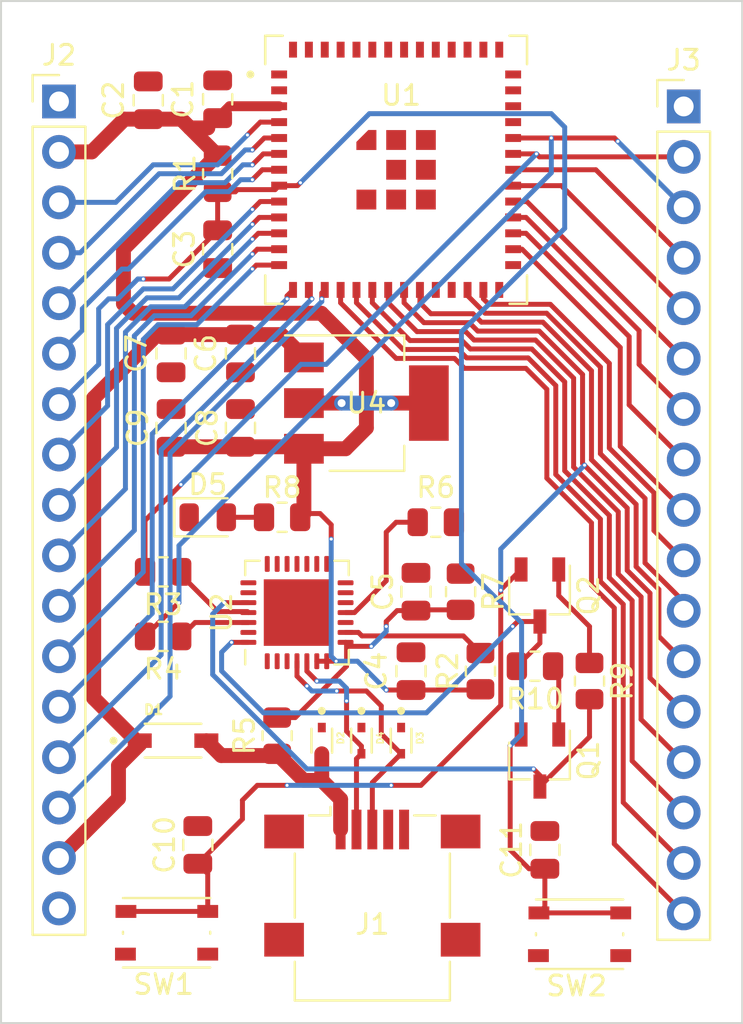
<source format=kicad_pcb>
(kicad_pcb (version 20221018) (generator pcbnew)
  (layers (0 "F.Cu" signal) (31 "B.Cu" signal) (34 "B.Paste" user) (35 "F.Paste" user) (36 "B.SilkS" user "B.Silkscreen") (37 "F.SilkS" user "F.Silkscreen") (38 "B.Mask" user) (39 "F.Mask" user) (44 "Edge.Cuts" user))
  (net 0 "")
  (net 1 "GND")
  (net 2 "+3V3")
  (net 3 "ESP_RST")
  (net 4 "Net-(U2-VBUS)")
  (net 5 "+5V")
  (net 6 "GPIO00")
  (net 7 "VBUS")
  (net 8 "USB_DP")
  (net 9 "DN")
  (net 10 "Net-(D5-A)")
  (net 12 "GPI36")
  (net 13 "GPI37")
  (net 14 "GPI38")
  (net 15 "GPI39")
  (net 16 "GPI34")
  (net 17 "GPI35")
  (net 18 "GPIO32")
  (net 19 "GPIO33")
  (net 20 "GPIO25")
  (net 21 "GPIO26")
  (net 22 "GPIO27")
  (net 23 "GPIO14")
  (net 24 "RX")
  (net 25 "TX")
  (net 26 "GPIO21")
  (net 27 "GPIO22")
  (net 28 "GPIO19")
  (net 29 "GPIO23")
  (net 30 "GPIO18")
  (net 31 "GPIO05")
  (net 32 "GPIO10")
  (net 33 "GPIO09")
  (net 34 "GPIO04")
  (net 35 "GPIO02")
  (net 36 "GPIO15")
  (net 37 "GPIO13")
  (net 38 "GPIO12")
  (net 39 "Net-(Q1-B)")
  (net 40 "RTS")
  (net 41 "Net-(Q2-B)")
  (net 42 "DTR")
  (net 43 "Net-(U2-~{RST})")
  (net 44 "Net-(U2-RXD)")
  (net 45 "Net-(U2-TXD)")
  (net 46 "Net-(U2-~{SUSPEND})")
  (footprint "Resistor_SMD:R_0805_2012Metric" (layer "F.Cu") (at 88.25 104.5 -90)
    (fp_text reference "R7")
    (fp_text value "47.5K" hide)
  )
  (footprint "Capacitor_SMD:C_0805_2012Metric" (layer "F.Cu") (at 75 117.25 90)
    (fp_text reference "C10")
    (fp_text value "0.1uF/50V" hide)
  )
  (footprint "Capacitor_SMD:C_0805_2012Metric" (layer "F.Cu") (at 73.65 96.25 90)
    (fp_text reference "C9")
    (fp_text value "0.1uF/50V" hide)
  )
  (footprint "Capacitor_SMD:C_0805_2012Metric" (layer "F.Cu") (at 73.65 92.5 -90)
    (fp_text reference "C7")
    (fp_text value "10uF/25V" hide)
  )
  (footprint "Capacitor_SMD:C_0805_2012Metric" (layer "F.Cu") (at 76 87.25 90)
    (fp_text reference "C3")
    (fp_text value "1uF/16V" hide)
  )
  (footprint "Resistor_SMD:R_0805_2012Metric" (layer "F.Cu") (at 87 101)
    (fp_text reference "R6")
    (fp_text value "10K" hide)
  )
  (footprint "Package_TO_SOT_SMD:TSOT-23" (layer "F.Cu") (at 92.25 113 -90)
    (fp_text reference "Q1")
    (fp_text value "Q_NPN_BCE" hide)
  )
  (footprint "Capacitor_SMD:C_0805_2012Metric" (layer "F.Cu") (at 76 79.7 -90)
    (fp_text reference "C1")
    (fp_text value "0.1uF/50V" hide)
  )
  (footprint "1N5819HW-7-F:SOD3715X145N" (layer "F.Cu") (at 73.75 112)
    (fp_text reference "D1")
    (fp_text value "1N5819HW-7-F" hide)
  )
  (footprint "Connector_PinHeader_2.54mm:PinHeader_1x17_P2.54mm_Vertical" (layer "F.Cu") (at 99.5 80.06)
    (fp_text reference "J3")
    (fp_text value "Screw_Terminal_01x17" hide)
  )
  (footprint "LED_SMD:LED_0805_2012Metric" (layer "F.Cu") (at 75.5 100.75)
    (fp_text reference "D5")
    (fp_text value "LED" hide)
  )
  (footprint "Capacitor_SMD:C_0805_2012Metric" (layer "F.Cu") (at 77.15 96.25 90)
    (fp_text reference "C8")
    (fp_text value "10uF/25V" hide)
  )
  (footprint "LESD5D5.0CT1G:TVS_LESD5D5.0CT1G" (layer "F.Cu") (at 83.25 112 -90)
    (fp_text reference "D4")
    (fp_text value "LESD5D5.0CT1G" hide)
  )
  (footprint "Resistor_SMD:R_0805_2012Metric" (layer "F.Cu") (at 89.25 108.5 90)
    (fp_text reference "R2")
    (fp_text value "1K" hide)
  )
  (footprint "ESP32-MINI-1U-N4:MODULE_ESP32-MINI-1U-N4" (layer "F.Cu") (at 85 83.25)
    (fp_text reference "U1")
    (fp_text value "ESP32-MINI-1U-N4" hide)
  )
  (footprint "Capacitor_SMD:C_0805_2012Metric" (layer "F.Cu") (at 72.5 79.75 -90)
    (fp_text reference "C2")
    (fp_text value "10uF/25V" hide)
  )
  (footprint "Connector_PinHeader_2.54mm:PinHeader_1x17_P2.54mm_Vertical" (layer "F.Cu") (at 68 79.81)
    (fp_text reference "J2")
    (fp_text value "Screw_Terminal_01x17" hide)
  )
  (footprint "Resistor_SMD:R_0805_2012Metric" (layer "F.Cu") (at 73.25 106.75 180)
    (fp_text reference "R4")
    (fp_text value "0" hide)
  )
  (footprint "Capacitor_SMD:C_0805_2012Metric" (layer "F.Cu") (at 92.5 117.5 90)
    (fp_text reference "C11")
    (fp_text value "0.1uF/50V" hide)
  )
  (footprint "Capacitor_SMD:C_0805_2012Metric" (layer "F.Cu") (at 85.75 108.5 -90)
    (fp_text reference "C4")
    (fp_text value "10uF/25V" hide)
  )
  (footprint "LESD5D5.0CT1G:TVS_LESD5D5.0CT1G" (layer "F.Cu") (at 81.25 112 -90)
    (fp_text reference "D2")
    (fp_text value "LESD5D5.0CT1G" hide)
  )
  (footprint "Resistor_SMD:R_0805_2012Metric" (layer "F.Cu") (at 73.25 103.5 180)
    (fp_text reference "R3")
    (fp_text value "0" hide)
  )
  (footprint "Capacitor_SMD:C_0805_2012Metric" (layer "F.Cu") (at 77.15 92.5 -90)
    (fp_text reference "C6")
    (fp_text value "0.1uF/50V" hide)
  )
  (footprint "Resistor_SMD:R_0805_2012Metric" (layer "F.Cu") (at 79.25 100.75)
    (fp_text reference "R8")
    (fp_text value "22.1K" hide)
  )
  (footprint "Package_DFN_QFN:QFN-28-1EP_5x5mm_P0.5mm_EP3.35x3.35mm" (layer "F.Cu") (at 80 105.55 90)
    (fp_text reference "U2")
    (fp_text value "CP2102N-Axx-xQFN28" hide)
  )
  (footprint "Capacitor_SMD:C_0805_2012Metric" (layer "F.Cu") (at 86 104.5 90)
    (fp_text reference "C5")
    (fp_text value "1uF/16V" hide)
  )
  (footprint "Resistor_SMD:R_0805_2012Metric" (layer "F.Cu") (at 92 108.25 180)
    (fp_text reference "R10")
    (fp_text value "10K" hide)
  )
  (footprint "Package_TO_SOT_SMD:SOT-223-3_TabPin2" (layer "F.Cu") (at 83.5 95)
    (fp_text reference "U4")
    (fp_text value "LT1129-3.3_SOT223" hide)
  )
  (footprint "Resistor_SMD:R_0805_2012Metric" (layer "F.Cu") (at 76 83.45 90)
    (fp_text reference "R1")
    (fp_text value "10K" hide)
  )
  (footprint "Connector_USB:USB_Mini-B_Lumberg_2486_01_Horizontal" (layer "F.Cu") (at 83.8 119.175)
    (fp_text reference "J1")
    (fp_text value "USB_B_Micro" hide)
  )
  (footprint "Button_Switch_SMD:SW_Push_1P1T_NO_Vertical_Wuerth_434133025816" (layer "F.Cu") (at 94.25 121.75 180)
    (fp_text reference "SW2")
    (fp_text value "SW_Push" hide)
  )
  (footprint "Button_Switch_SMD:SW_Push_1P1T_NO_Vertical_Wuerth_434133025816" (layer "F.Cu") (at 73.425 121.675 180)
    (fp_text reference "SW1")
    (fp_text value "SW_Push" hide)
  )
  (footprint "Resistor_SMD:R_0805_2012Metric" (layer "F.Cu") (at 94.75 109 -90)
    (fp_text reference "R9")
    (fp_text value "10K" hide)
  )
  (footprint "Resistor_SMD:R_0805_2012Metric" (layer "F.Cu") (at 79 111.75 90)
    (fp_text reference "R5")
    (fp_text value "22.1K" hide)
  )
  (footprint "LESD5D5.0CT1G:TVS_LESD5D5.0CT1G" (layer "F.Cu") (at 85.25 112 -90)
    (fp_text reference "D3")
    (fp_text value "LESD5D5.0CT1G" hide)
  )
  (footprint "Package_TO_SOT_SMD:TSOT-23" (layer "F.Cu") (at 92.25 104.69 -90)
    (fp_text reference "Q2")
    (fp_text value "Q_NPN_BCE" hide)
  )
  (gr_rect (start 65.075 74.75) (end 102.45 126.225) (stroke (width 0.1)) (fill none) (layer "Edge.Cuts"))
  (segment (start 80.35 95) (end 82.25 95) (width 0.75) (layer "F.Cu") (net 1))
  (segment (start 86.65 95) (end 84.75 95) (width 0.75) (layer "F.Cu") (net 1))
  (via (at 84.75 95) (size 0.75) (drill 0.4) (layers "F.Cu" "B.Cu") (net 1))
  (via (at 82.25 95) (size 0.75) (drill 0.4) (layers "F.Cu" "B.Cu") (net 1))
  (segment (start 82.25 95) (end 84.75 95) (width 0.75) (layer "B.Cu") (net 1))
  (segment (start 81.725 101.85) (end 81.725 101.125) (width 0.25) (layer "F.Cu") (net 2))
  (segment (start 80.35 97.3) (end 82.45 97.3) (width 0.75) (layer "F.Cu") (net 2))
  (segment (start 71.725 90.475) (end 71.25 90) (width 0.75) (layer "F.Cu") (net 2))
  (segment (start 85.75 109.45) (end 89.2125 109.45) (width 0.25) (layer "F.Cu") (net 2))
  (segment (start 74.60625 81.14375) (end 76 82.5375) (width 0.75) (layer "F.Cu") (net 2))
  (segment (start 68 82.35) (end 69.65 82.35) (width 0.75) (layer "F.Cu") (net 2))
  (segment (start 73.65 97.2) (end 77.15 97.2) (width 0.75) (layer "F.Cu") (net 2))
  (segment (start 72.5 80.7) (end 74.1625 80.7) (width 0.75) (layer "F.Cu") (net 2))
  (segment (start 81.725 101.125) (end 81.1625 100.5625) (width 0.25) (layer "F.Cu") (net 2))
  (segment (start 81.225 90.475) (end 71.725 90.475) (width 0.75) (layer "F.Cu") (net 2))
  (segment (start 77.15 97.2) (end 80.25 97.2) (width 0.75) (layer "F.Cu") (net 2))
  (segment (start 81.1625 100.5625) (end 80.35 100.5625) (width 0.25) (layer "F.Cu") (net 2))
  (segment (start 71.25 87.233274) (end 75.945774 82.5375) (width 0.75) (layer "F.Cu") (net 2))
  (segment (start 75.50625 81.14375) (end 76 80.65) (width 0.25) (layer "F.Cu") (net 2))
  (segment (start 82.45 97.3) (end 83.5 96.25) (width 0.75) (layer "F.Cu") (net 2))
  (segment (start 76 80.65) (end 76.6 80.05) (width 0.5) (layer "F.Cu") (net 2))
  (segment (start 74.60625 81.14375) (end 75.50625 81.14375) (width 0.75) (layer "F.Cu") (net 2))
  (segment (start 69.65 82.35) (end 71.3 80.7) (width 0.75) (layer "F.Cu") (net 2))
  (segment (start 81.5 108) (end 81.975 108) (width 0.25) (layer "F.Cu") (net 2))
  (segment (start 71.3 80.7) (end 72.5 80.7) (width 0.75) (layer "F.Cu") (net 2))
  (segment (start 80.35 100.5625) (end 80.35 97.3) (width 0.75) (layer "F.Cu") (net 2))
  (segment (start 83.5 96.25) (end 83.5 92.75) (width 0.75) (layer "F.Cu") (net 2))
  (segment (start 84.5 109.45) (end 85.75 109.45) (width 0.25) (layer "F.Cu") (net 2))
  (segment (start 80.1625 100.75) (end 80.35 100.5625) (width 0.25) (layer "F.Cu") (net 2))
  (segment (start 76.6 80.05) (end 79.1 80.05) (width 0.5) (layer "F.Cu") (net 2))
  (segment (start 75.945774 82.5375) (end 76 82.5375) (width 0.75) (layer "F.Cu") (net 2))
  (segment (start 81 108) (end 81.5 108) (width 0.25) (layer "F.Cu") (net 2))
  (segment (start 73.6 97.25) (end 73.65 97.2) (width 0.75) (layer "F.Cu") (net 2))
  (segment (start 83.5 92.75) (end 81.225 90.475) (width 0.75) (layer "F.Cu") (net 2))
  (segment (start 80.25 97.2) (end 80.35 97.3) (width 0.75) (layer "F.Cu") (net 2))
  (segment (start 74.1625 80.7) (end 74.60625 81.14375) (width 0.75) (layer "F.Cu") (net 2))
  (segment (start 89.2125 109.45) (end 89.25 109.4125) (width 0.25) (layer "F.Cu") (net 2))
  (segment (start 71.25 90) (end 71.25 87.233274) (width 0.75) (layer "F.Cu") (net 2))
  (via (at 81.725 101.85) (size 0.25) (drill 0.15) (layers "F.Cu" "B.Cu") (net 2))
  (via (at 81.975 108) (size 0.25) (drill 0.15) (layers "F.Cu" "B.Cu") (net 2))
  (via (at 84.5 109.45) (size 0.25) (drill 0.15) (layers "F.Cu" "B.Cu") (net 2))
  (segment (start 81.975 108) (end 81.725 107.75) (width 0.25) (layer "B.Cu") (net 2))
  (segment (start 81.725 107.75) (end 81.725 101.85) (width 0.25) (layer "B.Cu") (net 2))
  (segment (start 81.975 108) (end 83.05 108) (width 0.25) (layer "B.Cu") (net 2))
  (segment (start 83.05 108) (end 84.5 109.45) (width 0.25) (layer "B.Cu") (net 2))
  (segment (start 73.55 88.75) (end 76 86.3) (width 0.25) (layer "F.Cu") (net 3))
  (segment (start 92.5 118.45) (end 92.5 120.375) (width 0.25) (layer "F.Cu") (net 3))
  (segment (start 90.75 112.24) (end 90.75 117.5) (width 0.25) (layer "F.Cu") (net 3))
  (segment (start 76.8875 84.3625) (end 76 84.3625) (width 0.25) (layer "F.Cu") (net 3))
  (segment (start 78.9 84.25) (end 77 84.25) (width 0.25) (layer "F.Cu") (net 3))
  (segment (start 76 86.3) (end 76 84.3625) (width 0.25) (layer "F.Cu") (net 3))
  (segment (start 91.3 111.69) (end 90.75 112.24) (width 0.25) (layer "F.Cu") (net 3))
  (segment (start 90.75 117.5) (end 91.7 118.45) (width 0.25) (layer "F.Cu") (net 3))
  (segment (start 80.025 84.05) (end 79.1 84.05) (width 0.25) (layer "F.Cu") (net 3))
  (segment (start 79.1 84.05) (end 78.9 84.25) (width 0.25) (layer "F.Cu") (net 3))
  (segment (start 72.25 88.75) (end 73.55 88.75) (width 0.25) (layer "F.Cu") (net 3))
  (segment (start 92.5 120.375) (end 92.2 120.675) (width 0.25) (layer "F.Cu") (net 3))
  (segment (start 80.175 83.9) (end 80.025 84.05) (width 0.25) (layer "F.Cu") (net 3))
  (segment (start 91.7 118.45) (end 92.5 118.45) (width 0.25) (layer "F.Cu") (net 3))
  (segment (start 96.325 120.675) (end 92.2 120.675) (width 0.25) (layer "F.Cu") (net 3))
  (segment (start 77 84.25) (end 76.8875 84.3625) (width 0.25) (layer "F.Cu") (net 3))
  (via (at 80.175 83.9) (size 0.25) (drill 0.15) (layers "F.Cu" "B.Cu") (net 3))
  (via (at 72.25 88.75) (size 0.25) (drill 0.15) (layers "F.Cu" "B.Cu") (net 3))
  (via (at 90.75 112.25) (size 0.25) (drill 0.15) (layers "F.Cu" "B.Cu") (net 3))
  (segment (start 90.088604 104.875) (end 88.293198 103.079594) (width 0.25) (layer "B.Cu") (net 3))
  (segment (start 91.325 111.675) (end 91.325 106.063604) (width 0.25) (layer "B.Cu") (net 3))
  (segment (start 70.5 89.75) (end 70 90.25) (width 0.25) (layer "B.Cu") (net 3))
  (segment (start 70.974695 89.75) (end 70.5 89.75) (width 0.25) (layer "B.Cu") (net 3))
  (segment (start 72.25 88.75) (end 71.974695 88.75) (width 0.25) (layer "B.Cu") (net 3))
  (segment (start 88.293198 91.406802) (end 93.5 86.2) (width 0.25) (layer "B.Cu") (net 3))
  (segment (start 90.136396 104.875) (end 90.088604 104.875) (width 0.25) (layer "B.Cu") (net 3))
  (segment (start 93.5 86.2) (end 93.5 81.1) (width 0.25) (layer "B.Cu") (net 3))
  (segment (start 83.65 80.425) (end 80.175 83.9) (width 0.25) (layer "B.Cu") (net 3))
  (segment (start 71.974695 88.75) (end 70.974695 89.75) (width 0.25) (layer "B.Cu") (net 3))
  (segment (start 92.825 80.425) (end 83.65 80.425) (width 0.25) (layer "B.Cu") (net 3))
  (segment (start 70 93.05) (end 68 95.05) (width 0.25) (layer "B.Cu") (net 3))
  (segment (start 90.75 112.25) (end 91.325 111.675) (width 0.25) (layer "B.Cu") (net 3))
  (segment (start 88.293198 103.079594) (end 88.293198 91.406802) (width 0.25) (layer "B.Cu") (net 3))
  (segment (start 91.325 106.063604) (end 90.136396 104.875) (width 0.25) (layer "B.Cu") (net 3))
  (segment (start 70 90.25) (end 70 93.05) (width 0.25) (layer "B.Cu") (net 3))
  (segment (start 93.5 81.1) (end 92.825 80.425) (width 0.25) (layer "B.Cu") (net 3))
  (segment (start 79 110.8375) (end 79.9125 110.8375) (width 0.25) (layer "F.Cu") (net 4))
  (segment (start 86.0375 105.4125) (end 86 105.45) (width 0.25) (layer "F.Cu") (net 4))
  (segment (start 88.25 105.4125) (end 86.0375 105.4125) (width 0.25) (layer "F.Cu") (net 4))
  (segment (start 84.5 106.25) (end 84.5 106) (width 0.25) (layer "F.Cu") (net 4))
  (segment (start 82.45 107.05) (end 82.65 107.25) (width 0.25) (layer "F.Cu") (net 4))
  (segment (start 82.5 107.1) (end 82.45 107.05) (width 0.25) (layer "F.Cu") (net 4))
  (segment (start 82.65 107.25) (end 83.75 107.25) (width 0.25) (layer "F.Cu") (net 4))
  (segment (start 85.05 105.45) (end 86 105.45) (width 0.25) (layer "F.Cu") (net 4))
  (segment (start 84.5 106) (end 85.05 105.45) (width 0.25) (layer "F.Cu") (net 4))
  (segment (start 82.5 108.25) (end 82.5 107.1) (width 0.25) (layer "F.Cu") (net 4))
  (segment (start 79.9125 110.8375) (end 82.5 108.25) (width 0.25) (layer "F.Cu") (net 4))
  (via (at 83.75 107.25) (size 0.25) (drill 0.15) (layers "F.Cu" "B.Cu") (net 4))
  (via (at 84.5 106.25) (size 0.25) (drill 0.15) (layers "F.Cu" "B.Cu") (net 4))
  (segment (start 84.5 106.25) (end 84.5 106.5) (width 0.25) (layer "B.Cu") (net 4))
  (segment (start 84.5 106.5) (end 83.75 107.25) (width 0.25) (layer "B.Cu") (net 4))
  (segment (start 71 113.25) (end 72.07 112.18) (width 0.75) (layer "F.Cu") (net 5))
  (segment (start 73.65 91.55) (end 77.15 91.55) (width 0.75) (layer "F.Cu") (net 5))
  (segment (start 72.07 112.18) (end 72.07 112) (width 0.25) (layer "F.Cu") (net 5))
  (segment (start 72.95 91.55) (end 73.65 91.55) (width 0.75) (layer "F.Cu") (net 5))
  (segment (start 68 117.91) (end 71 114.91) (width 0.75) (layer "F.Cu") (net 5))
  (segment (start 69.75 94.75) (end 72.95 91.55) (width 0.75) (layer "F.Cu") (net 5))
  (segment (start 72.07 112.18) (end 69.75 109.86) (width 0.75) (layer "F.Cu") (net 5))
  (segment (start 77.15 91.55) (end 79.2 91.55) (width 0.75) (layer "F.Cu") (net 5))
  (segment (start 79.2 91.55) (end 80.35 92.7) (width 0.75) (layer "F.Cu") (net 5))
  (segment (start 69.75 109.86) (end 69.75 94.75) (width 0.75) (layer "F.Cu") (net 5))
  (segment (start 71 114.91) (end 71 113.25) (width 0.75) (layer "F.Cu") (net 5))
  (segment (start 85.4 89.95) (end 86.4 90.95) (width 0.25) (layer "F.Cu") (net 6))
  (segment (start 71.375 120.6) (end 75.5 120.6) (width 0.25) (layer "F.Cu") (net 6))
  (segment (start 94.4 98.036396) (end 96.65 100.286396) (width 0.25) (layer "F.Cu") (net 6))
  (segment (start 75 118.2) (end 77.25 115.95) (width 0.25) (layer "F.Cu") (net 6))
  (segment (start 77.25 115.95) (end 77.25 115) (width 0.25) (layer "F.Cu") (net 6))
  (segment (start 96.65 100.286396) (end 96.65 103.422792) (width 0.25) (layer "F.Cu") (net 6))
  (segment (start 89.115812 91.375) (end 92.215812 91.375) (width 0.25) (layer "F.Cu") (net 6))
  (segment (start 90.275 104.405) (end 91.3 103.38) (width 0.25) (layer "F.Cu") (net 6))
  (segment (start 88.690812 90.95) (end 89.115812 91.375) (width 0.25) (layer "F.Cu") (net 6))
  (segment (start 86.4 90.95) (end 88.690812 90.95) (width 0.25) (layer "F.Cu") (net 6))
  (segment (start 86.25 114.25) (end 90.275 110.225) (width 0.25) (layer "F.Cu") (net 6))
  (segment (start 78 114.25) (end 79.5 114.25) (width 0.25) (layer "F.Cu") (net 6))
  (segment (start 92.215812 91.375) (end 94.4 93.559188) (width 0.25) (layer "F.Cu") (net 6))
  (segment (start 77.25 115) (end 78 114.25) (width 0.25) (layer "F.Cu") (net 6))
  (segment (start 85.4 89.3) (end 85.4 89.95) (width 0.25) (layer "F.Cu") (net 6))
  (segment (start 90.275 110.225) (end 90.275 104.405) (width 0.25) (layer "F.Cu") (net 6))
  (segment (start 97.8 104.572792) (end 97.8 108.84) (width 0.25) (layer "F.Cu") (net 6))
  (segment (start 84.75 114.25) (end 86.25 114.25) (width 0.25) (layer "F.Cu") (net 6))
  (segment (start 97.8 108.84) (end 99.5 110.54) (width 0.25) (layer "F.Cu") (net 6))
  (segment (start 94.4 93.559188) (end 94.4 98.036396) (width 0.25) (layer "F.Cu") (net 6))
  (segment (start 96.65 103.422792) (end 97.8 104.572792) (width 0.25) (layer "F.Cu") (net 6))
  (segment (start 75.5 118.7) (end 75 118.2) (width 0.25) (layer "F.Cu") (net 6))
  (segment (start 75.5 120.6) (end 75.5 118.7) (width 0.25) (layer "F.Cu") (net 6))
  (via (at 84.75 114.25) (size 0.25) (drill 0.15) (layers "F.Cu" "B.Cu") (net 6))
  (via (at 79.5 114.25) (size 0.25) (drill 0.15) (layers "F.Cu" "B.Cu") (net 6))
  (via (at 90.275 104.425) (size 0.25) (drill 0.15) (layers "F.Cu" "B.Cu") (net 6))
  (via (at 94.5 98.125) (size 0.25) (drill 0.15) (layers "F.Cu" "B.Cu") (net 6))
  (segment (start 79.5 114.25) (end 84.75 114.25) (width 0.25) (layer "B.Cu") (net 6))
  (segment (start 90.275 102.35) (end 94.5 98.125) (width 0.25) (layer "B.Cu") (net 6))
  (segment (start 90.275 104.425) (end 90.275 102.35) (width 0.25) (layer "B.Cu") (net 6))
  (segment (start 81.25 112.66) (end 81.25 114) (width 0.75) (layer "F.Cu") (net 7))
  (segment (start 81.2475 112.6625) (end 81.25 112.66) (width 0.25) (layer "F.Cu") (net 7))
  (segment (start 80.3375 114) (end 81.25 114) (width 0.75) (layer "F.Cu") (net 7))
  (segment (start 82.2 114.95) (end 82.2 116.475) (width 0.75) (layer "F.Cu") (net 7))
  (segment (start 81.25 114) (end 82.2 114.95) (width 0.75) (layer "F.Cu") (net 7))
  (segment (start 76.18 112.75) (end 78.9125 112.75) (width 0.75) (layer "F.Cu") (net 7))
  (segment (start 75.43 112) (end 76.18 112.75) (width 0.75) (layer "F.Cu") (net 7))
  (segment (start 78.9125 112.75) (end 79 112.6625) (width 0.25) (layer "F.Cu") (net 7))
  (segment (start 79 112.6625) (end 80.3375 114) (width 0.75) (layer "F.Cu") (net 7))
  (segment (start 80.5 109.25) (end 80 108.75) (width 0.25) (layer "F.Cu") (net 8))
  (segment (start 84.25 111.66) (end 84.25 110.25) (width 0.25) (layer "F.Cu") (net 8))
  (segment (start 83.5 109.5) (end 82 109.5) (width 0.25) (layer "F.Cu") (net 8))
  (segment (start 80 108.75) (end 80 108) (width 0.25) (layer "F.Cu") (net 8))
  (segment (start 83.8 114.11) (end 83.8 116.475) (width 0.25) (layer "F.Cu") (net 8))
  (segment (start 85.25 112.66) (end 84.25 111.66) (width 0.25) (layer "F.Cu") (net 8))
  (segment (start 84.25 110.25) (end 83.5 109.5) (width 0.25) (layer "F.Cu") (net 8))
  (segment (start 85.25 112.66) (end 83.8 114.11) (width 0.25) (layer "F.Cu") (net 8))
  (via (at 80.5 109.25) (size 0.25) (drill 0.15) (layers "F.Cu" "B.Cu") (net 8))
  (via (at 82 109.5) (size 0.25) (drill 0.15) (layers "F.Cu" "B.Cu") (net 8))
  (segment (start 82 109.5) (end 80.75 109.5) (width 0.25) (layer "B.Cu") (net 8))
  (segment (start 80.75 109.5) (end 80.5 109.25) (width 0.25) (layer "B.Cu") (net 8))
  (segment (start 83.25 112.66) (end 83 112.91) (width 0.25) (layer "F.Cu") (net 9))
  (segment (start 83.25 112.275) (end 82.5 111.525) (width 0.25) (layer "F.Cu") (net 9))
  (segment (start 82.5 111.525) (end 82.5 110) (width 0.25) (layer "F.Cu") (net 9))
  (segment (start 80.5 108.5) (end 80.5 108) (width 0.25) (layer "F.Cu") (net 9))
  (segment (start 81 109) (end 80.5 108.5) (width 0.25) (layer "F.Cu") (net 9))
  (segment (start 83 112.91) (end 83 116.475) (width 0.25) (layer "F.Cu") (net 9))
  (segment (start 83.25 112.66) (end 83.25 112.275) (width 0.25) (layer "F.Cu") (net 9))
  (via (at 82.5 110) (size 0.25) (drill 0.15) (layers "F.Cu" "B.Cu") (net 9))
  (via (at 81 109) (size 0.25) (drill 0.15) (layers "F.Cu" "B.Cu") (net 9))
  (segment (start 82.5 110) (end 82.5 109.363604) (width 0.25) (layer "B.Cu") (net 9))
  (segment (start 82.5 109.363604) (end 82.136396 109) (width 0.25) (layer "B.Cu") (net 9))
  (segment (start 82.136396 109) (end 81 109) (width 0.25) (layer "B.Cu") (net 9))
  (segment (start 78.3375 100.75) (end 76.4375 100.75) (width 0.25) (layer "F.Cu") (net 10))
  (segment (start 78.15 80.85) (end 77.5 81.5) (width 0.25) (layer "F.Cu") (net 12))
  (segment (start 79.1 80.85) (end 78.15 80.85) (width 0.25) (layer "F.Cu") (net 12))
  (via (at 77.5 81.5) (size 0.25) (drill 0.15) (layers "F.Cu" "B.Cu") (net 12))
  (segment (start 70.86 84.89) (end 68 84.89) (width 0.25) (layer "B.Cu") (net 12))
  (segment (start 72.75 83) (end 70.86 84.89) (width 0.25) (layer "B.Cu") (net 12))
  (segment (start 76 83) (end 72.75 83) (width 0.25) (layer "B.Cu") (net 12))
  (segment (start 77.5 81.5) (end 76 83) (width 0.25) (layer "B.Cu") (net 12))
  (segment (start 78.35 81.65) (end 77.75 82.25) (width 0.25) (layer "F.Cu") (net 13))
  (segment (start 79.1 81.65) (end 78.35 81.65) (width 0.25) (layer "F.Cu") (net 13))
  (via (at 77.75 82.25) (size 0.25) (drill 0.15) (layers "F.Cu" "B.Cu") (net 13))
  (segment (start 69.07 87.43) (end 68 87.43) (width 0.25) (layer "B.Cu") (net 13))
  (segment (start 73.05 83.45) (end 69.07 87.43) (width 0.25) (layer "B.Cu") (net 13))
  (segment (start 77.75 82.25) (end 77.386396 82.25) (width 0.25) (layer "B.Cu") (net 13))
  (segment (start 76.186396 83.45) (end 73.05 83.45) (width 0.25) (layer "B.Cu") (net 13))
  (segment (start 77.386396 82.25) (end 76.186396 83.45) (width 0.25) (layer "B.Cu") (net 13))
  (segment (start 79.1 82.45) (end 78.3 82.45) (width 0.25) (layer "F.Cu") (net 14))
  (segment (start 78.3 82.45) (end 77.75 83) (width 0.25) (layer "F.Cu") (net 14))
  (via (at 77.75 83) (size 0.25) (drill 0.15) (layers "F.Cu" "B.Cu") (net 14))
  (segment (start 74.07 83.9) (end 68 89.97) (width 0.25) (layer "B.Cu") (net 14))
  (segment (start 77.272792 83) (end 76.372792 83.9) (width 0.25) (layer "B.Cu") (net 14))
  (segment (start 76.372792 83.9) (end 74.07 83.9) (width 0.25) (layer "B.Cu") (net 14))
  (segment (start 77.75 83) (end 77.272792 83) (width 0.25) (layer "B.Cu") (net 14))
  (segment (start 78.25 83.25) (end 77.75 83.75) (width 0.25) (layer "F.Cu") (net 15))
  (segment (start 79.1 83.25) (end 78.25 83.25) (width 0.25) (layer "F.Cu") (net 15))
  (via (at 77.75 83.75) (size 0.25) (drill 0.15) (layers "F.Cu" "B.Cu") (net 15))
  (segment (start 69.175 90.25) (end 69.175 91.335) (width 0.25) (layer "B.Cu") (net 15))
  (segment (start 77.159188 83.75) (end 76.559188 84.35) (width 0.25) (layer "B.Cu") (net 15))
  (segment (start 69.175 91.335) (end 68 92.51) (width 0.25) (layer "B.Cu") (net 15))
  (segment (start 76.559188 84.35) (end 75.4 84.35) (width 0.25) (layer "B.Cu") (net 15))
  (segment (start 71.175 88.25) (end 69.175 90.25) (width 0.25) (layer "B.Cu") (net 15))
  (segment (start 77.75 83.75) (end 77.159188 83.75) (width 0.25) (layer "B.Cu") (net 15))
  (segment (start 75.4 84.35) (end 71.5 88.25) (width 0.25) (layer "B.Cu") (net 15))
  (segment (start 71.5 88.25) (end 71.175 88.25) (width 0.25) (layer "B.Cu") (net 15))
  (segment (start 78.15 84.85) (end 77.75 85.25) (width 0.25) (layer "F.Cu") (net 16))
  (segment (start 79.1 84.85) (end 78.15 84.85) (width 0.25) (layer "F.Cu") (net 16))
  (via (at 77.75 85.25) (size 0.25) (drill 0.15) (layers "F.Cu" "B.Cu") (net 16))
  (segment (start 73.75 89.25) (end 72.25 89.25) (width 0.25) (layer "B.Cu") (net 16))
  (segment (start 72.25 89.25) (end 70.45 91.05) (width 0.25) (layer "B.Cu") (net 16))
  (segment (start 77.75 85.25) (end 73.75 89.25) (width 0.25) (layer "B.Cu") (net 16))
  (segment (start 70.45 91.05) (end 70.45 95.14) (width 0.25) (layer "B.Cu") (net 16))
  (segment (start 70.45 95.14) (end 68 97.59) (width 0.25) (layer "B.Cu") (net 16))
  (segment (start 78.1 85.65) (end 77.75 86) (width 0.25) (layer "F.Cu") (net 17))
  (segment (start 79.1 85.65) (end 78.1 85.65) (width 0.25) (layer "F.Cu") (net 17))
  (via (at 77.75 86) (size 0.25) (drill 0.15) (layers "F.Cu" "B.Cu") (net 17))
  (segment (start 77.75 86) (end 74.05 89.7) (width 0.25) (layer "B.Cu") (net 17))
  (segment (start 70.9 91.236396) (end 70.9 97.23) (width 0.25) (layer "B.Cu") (net 17))
  (segment (start 74.05 89.7) (end 72.436396 89.7) (width 0.25) (layer "B.Cu") (net 17))
  (segment (start 70.9 97.23) (end 68 100.13) (width 0.25) (layer "B.Cu") (net 17))
  (segment (start 72.436396 89.7) (end 70.9 91.236396) (width 0.25) (layer "B.Cu") (net 17))
  (segment (start 79.1 86.45) (end 78.05 86.45) (width 0.25) (layer "F.Cu") (net 18))
  (segment (start 78.05 86.45) (end 77.75 86.75) (width 0.25) (layer "F.Cu") (net 18))
  (via (at 77.75 86.75) (size 0.25) (drill 0.15) (layers "F.Cu" "B.Cu") (net 18))
  (segment (start 71.35 91.422792) (end 71.35 99.32) (width 0.25) (layer "B.Cu") (net 18))
  (segment (start 77.75 86.75) (end 74.35 90.15) (width 0.25) (layer "B.Cu") (net 18))
  (segment (start 72.622792 90.15) (end 71.35 91.422792) (width 0.25) (layer "B.Cu") (net 18))
  (segment (start 74.35 90.15) (end 72.622792 90.15) (width 0.25) (layer "B.Cu") (net 18))
  (segment (start 71.35 99.32) (end 68 102.67) (width 0.25) (layer "B.Cu") (net 18))
  (segment (start 78 87.25) (end 77.75 87.5) (width 0.25) (layer "F.Cu") (net 19))
  (segment (start 79.1 87.25) (end 78 87.25) (width 0.25) (layer "F.Cu") (net 19))
  (via (at 77.75 87.5) (size 0.25) (drill 0.15) (layers "F.Cu" "B.Cu") (net 19))
  (segment (start 72.809188 90.6) (end 71.8 91.609188) (width 0.25) (layer "B.Cu") (net 19))
  (segment (start 74.65 90.6) (end 72.809188 90.6) (width 0.25) (layer "B.Cu") (net 19))
  (segment (start 71.8 101.41) (end 68 105.21) (width 0.25) (layer "B.Cu") (net 19))
  (segment (start 77.75 87.5) (end 74.65 90.6) (width 0.25) (layer "B.Cu") (net 19))
  (segment (start 71.8 91.609188) (end 71.8 101.41) (width 0.25) (layer "B.Cu") (net 19))
  (segment (start 77.95 88.05) (end 77.75 88.25) (width 0.25) (layer "F.Cu") (net 20))
  (segment (start 79.1 88.05) (end 77.95 88.05) (width 0.25) (layer "F.Cu") (net 20))
  (via (at 77.75 88.25) (size 0.25) (drill 0.15) (layers "F.Cu" "B.Cu") (net 20))
  (segment (start 72.995584 91.05) (end 72.25 91.795584) (width 0.25) (layer "B.Cu") (net 20))
  (segment (start 74.95 91.05) (end 72.995584 91.05) (width 0.25) (layer "B.Cu") (net 20))
  (segment (start 77.75 88.25) (end 74.95 91.05) (width 0.25) (layer "B.Cu") (net 20))
  (segment (start 72.25 91.795584) (end 72.25 103.5) (width 0.25) (layer "B.Cu") (net 20))
  (segment (start 72.25 103.5) (end 68 107.75) (width 0.25) (layer "B.Cu") (net 20))
  (segment (start 79.8 89.3) (end 79.5 89.6) (width 0.25) (layer "F.Cu") (net 21))
  (segment (start 79.8 89.3) (end 79.75 89.25) (width 0.25) (layer "F.Cu") (net 21))
  (segment (start 79.5 89.6) (end 79.5 89.75) (width 0.25) (layer "F.Cu") (net 21))
  (via (at 79.5 89.75) (size 0.25) (drill 0.15) (layers "F.Cu" "B.Cu") (net 21))
  (segment (start 68 110.29) (end 72.7 105.59) (width 0.25) (layer "B.Cu") (net 21))
  (segment (start 72.7 96.55) (end 79.5 89.75) (width 0.25) (layer "B.Cu") (net 21))
  (segment (start 72.7 105.59) (end 72.7 96.55) (width 0.25) (layer "B.Cu") (net 21))
  (segment (start 80.6 89.6) (end 80.75 89.75) (width 0.25) (layer "F.Cu") (net 22))
  (via (at 80.75 89.75) (size 0.25) (drill 0.15) (layers "F.Cu" "B.Cu") (net 22))
  (segment (start 73.15 97.35) (end 73.15 107.68) (width 0.25) (layer "B.Cu") (net 22))
  (segment (start 73.15 107.68) (end 68 112.83) (width 0.25) (layer "B.Cu") (net 22))
  (segment (start 80.75 89.75) (end 73.15 97.35) (width 0.25) (layer "B.Cu") (net 22))
  (segment (start 81.25 89.45) (end 81.25 89.75) (width 0.25) (layer "F.Cu") (net 23))
  (via (at 81.25 89.75) (size 0.25) (drill 0.15) (layers "F.Cu" "B.Cu") (net 23))
  (segment (start 73.6 97.536396) (end 73.6 109.77) (width 0.25) (layer "B.Cu") (net 23))
  (segment (start 73.6 109.77) (end 68 115.37) (width 0.25) (layer "B.Cu") (net 23))
  (segment (start 81.25 89.886396) (end 73.6 97.536396) (width 0.25) (layer "B.Cu") (net 23))
  (segment (start 81.25 89.75) (end 81.25 89.886396) (width 0.25) (layer "B.Cu") (net 23))
  (segment (start 92.075 82.45) (end 92.225 82.6) (width 0.25) (layer "F.Cu") (net 24))
  (segment (start 74.15 99.1) (end 72.3375 100.9125) (width 0.25) (layer "F.Cu") (net 24))
  (segment (start 92.225 82.6) (end 99.5 82.6) (width 0.25) (layer "F.Cu") (net 24))
  (segment (start 92.075 82.45) (end 90.9 82.45) (width 0.25) (layer "F.Cu") (net 24))
  (segment (start 72.3375 100.9125) (end 72.3375 103.5) (width 0.25) (layer "F.Cu") (net 24))
  (via (at 92.075 82.45) (size 0.25) (drill 0.15) (layers "F.Cu" "B.Cu") (net 24))
  (via (at 74.15 99.1) (size 0.25) (drill 0.15) (layers "F.Cu" "B.Cu") (net 24))
  (segment (start 92.075 82.45) (end 81.475 93.05) (width 0.25) (layer "B.Cu") (net 24))
  (segment (start 80.2 93.05) (end 74.15 99.1) (width 0.25) (layer "B.Cu") (net 24))
  (segment (start 81.475 93.05) (end 80.2 93.05) (width 0.25) (layer "B.Cu") (net 24))
  (segment (start 92.825 81.65) (end 96.01 81.65) (width 0.25) (layer "F.Cu") (net 25))
  (segment (start 74.05 105.05) (end 74.0375 105.05) (width 0.25) (layer "F.Cu") (net 25))
  (segment (start 74.0375 105.05) (end 72.3375 106.75) (width 0.25) (layer "F.Cu") (net 25))
  (segment (start 90.9 81.65) (end 92.825 81.65) (width 0.25) (layer "F.Cu") (net 25))
  (segment (start 96.01 81.65) (end 96.18 81.82) (width 0.25) (layer "F.Cu") (net 25))
  (via (at 96.18 81.82) (size 0.25) (drill 0.15) (layers "F.Cu" "B.Cu") (net 25))
  (via (at 74.05 105.05) (size 0.25) (drill 0.15) (layers "F.Cu" "B.Cu") (net 25))
  (via (at 92.825 81.65) (size 0.25) (drill 0.15) (layers "F.Cu" "B.Cu") (net 25))
  (segment (start 74.05 102.175) (end 92.825 83.4) (width 0.25) (layer "B.Cu") (net 25))
  (segment (start 74.05 105.05) (end 74.05 102.175) (width 0.25) (layer "B.Cu") (net 25))
  (segment (start 92.825 83.4) (end 92.825 81.65) (width 0.25) (layer "B.Cu") (net 25))
  (segment (start 96.18 81.82) (end 99.5 85.14) (width 0.25) (layer "B.Cu") (net 25))
  (segment (start 95.07 83.25) (end 99.5 87.68) (width 0.25) (layer "F.Cu") (net 26))
  (segment (start 90.9 83.25) (end 95.07 83.25) (width 0.25) (layer "F.Cu") (net 26))
  (segment (start 90.9 84.05) (end 93.33 84.05) (width 0.25) (layer "F.Cu") (net 27))
  (segment (start 93.33 84.05) (end 99.5 90.22) (width 0.25) (layer "F.Cu") (net 27))
  (segment (start 91.59 84.85) (end 99.5 92.76) (width 0.25) (layer "F.Cu") (net 28))
  (segment (start 90.9 84.85) (end 91.59 84.85) (width 0.25) (layer "F.Cu") (net 28))
  (segment (start 97.25 91.35) (end 97.25 93.05) (width 0.25) (layer "F.Cu") (net 29))
  (segment (start 90.9 85.65) (end 91.55 85.65) (width 0.25) (layer "F.Cu") (net 29))
  (segment (start 91.55 85.65) (end 97.25 91.35) (width 0.25) (layer "F.Cu") (net 29))
  (segment (start 97.25 93.05) (end 99.5 95.3) (width 0.25) (layer "F.Cu") (net 29))
  (segment (start 96.75 91.65) (end 96.75 95.09) (width 0.25) (layer "F.Cu") (net 30))
  (segment (start 90.9 86.45) (end 91.55 86.45) (width 0.25) (layer "F.Cu") (net 30))
  (segment (start 91.55 86.45) (end 96.75 91.65) (width 0.25) (layer "F.Cu") (net 30))
  (segment (start 96.75 95.09) (end 99.5 97.84) (width 0.25) (layer "F.Cu") (net 30))
  (segment (start 90.9 87.25) (end 91.35 87.25) (width 0.25) (layer "F.Cu") (net 31))
  (segment (start 91.35 87.25) (end 96.3 92.2) (width 0.25) (layer "F.Cu") (net 31))
  (segment (start 96.3 92.2) (end 96.3 97.18) (width 0.25) (layer "F.Cu") (net 31))
  (segment (start 96.3 97.18) (end 99.5 100.38) (width 0.25) (layer "F.Cu") (net 31))
  (segment (start 95.75 93) (end 95.75 97.266396) (width 0.25) (layer "F.Cu") (net 32))
  (segment (start 89.675 90.025) (end 92.775 90.025) (width 0.25) (layer "F.Cu") (net 32))
  (segment (start 92.775 90.025) (end 95.75 93) (width 0.25) (layer "F.Cu") (net 32))
  (segment (start 89.4 89.75) (end 89.675 90.025) (width 0.25) (layer "F.Cu") (net 32))
  (segment (start 98 99.516396) (end 98 101.42) (width 0.25) (layer "F.Cu") (net 32))
  (segment (start 95.75 97.266396) (end 98 99.516396) (width 0.25) (layer "F.Cu") (net 32))
  (segment (start 98 101.42) (end 99.5 102.92) (width 0.25) (layer "F.Cu") (net 32))
  (segment (start 89.4 89.3) (end 89.4 89.75) (width 0.25) (layer "F.Cu") (net 32))
  (segment (start 99.5 105) (end 99.5 105.46) (width 0.25) (layer "F.Cu") (net 33))
  (segment (start 92.588604 90.475) (end 95.3 93.186396) (width 0.25) (layer "F.Cu") (net 33))
  (segment (start 95.3 97.55) (end 97.55 99.8) (width 0.25) (layer "F.Cu") (net 33))
  (segment (start 88.6 89.3) (end 88.6 89.586396) (width 0.25) (layer "F.Cu") (net 33))
  (segment (start 89.488604 90.475) (end 92.588604 90.475) (width 0.25) (layer "F.Cu") (net 33))
  (segment (start 88.6 89.586396) (end 89.488604 90.475) (width 0.25) (layer "F.Cu") (net 33))
  (segment (start 97.55 103.05) (end 99.5 105) (width 0.25) (layer "F.Cu") (net 33))
  (segment (start 97.55 99.8) (end 97.55 103.05) (width 0.25) (layer "F.Cu") (net 33))
  (segment (start 95.3 93.186396) (end 95.3 97.55) (width 0.25) (layer "F.Cu") (net 33))
  (segment (start 92.402208 90.925) (end 94.85 93.372792) (width 0.25) (layer "F.Cu") (net 34))
  (segment (start 94.85 97.85) (end 97.1 100.1) (width 0.25) (layer "F.Cu") (net 34))
  (segment (start 97.1 103.236396) (end 98.25 104.386396) (width 0.25) (layer "F.Cu") (net 34))
  (segment (start 97.1 100.1) (end 97.1 103.236396) (width 0.25) (layer "F.Cu") (net 34))
  (segment (start 94.85 93.372792) (end 94.85 97.85) (width 0.25) (layer "F.Cu") (net 34))
  (segment (start 86.2 89.95) (end 86.75 90.5) (width 0.25) (layer "F.Cu") (net 34))
  (segment (start 88.877208 90.5) (end 89.302208 90.925) (width 0.25) (layer "F.Cu") (net 34))
  (segment (start 86.2 89.3) (end 86.2 89.95) (width 0.25) (layer "F.Cu") (net 34))
  (segment (start 86.75 90.5) (end 88.877208 90.5) (width 0.25) (layer "F.Cu") (net 34))
  (segment (start 98.25 106.75) (end 99.5 108) (width 0.25) (layer "F.Cu") (net 34))
  (segment (start 89.302208 90.925) (end 92.402208 90.925) (width 0.25) (layer "F.Cu") (net 34))
  (segment (start 98.25 104.386396) (end 98.25 106.75) (width 0.25) (layer "F.Cu") (net 34))
  (segment (start 96.2 100.472792) (end 96.2 103.609188) (width 0.25) (layer "F.Cu") (net 35))
  (segment (start 86.05 91.4) (end 88.504416 91.4) (width 0.25) (layer "F.Cu") (net 35))
  (segment (start 84.6 89.95) (end 86.05 91.4) (width 0.25) (layer "F.Cu") (net 35))
  (segment (start 88.929416 91.825) (end 92.029416 91.825) (width 0.25) (layer "F.Cu") (net 35))
  (segment (start 88.504416 91.4) (end 88.929416 91.825) (width 0.25) (layer "F.Cu") (net 35))
  (segment (start 92.029416 91.825) (end 93.95 93.745584) (width 0.25) (layer "F.Cu") (net 35))
  (segment (start 84.6 89.3) (end 84.6 89.95) (width 0.25) (layer "F.Cu") (net 35))
  (segment (start 97.35 110.93) (end 99.5 113.08) (width 0.25) (layer "F.Cu") (net 35))
  (segment (start 96.2 103.609188) (end 97.35 104.759188) (width 0.25) (layer "F.Cu") (net 35))
  (segment (start 93.95 93.745584) (end 93.95 98.222792) (width 0.25) (layer "F.Cu") (net 35))
  (segment (start 97.35 104.759188) (end 97.35 110.93) (width 0.25) (layer "F.Cu") (net 35))
  (segment (start 93.95 98.222792) (end 96.2 100.472792) (width 0.25) (layer "F.Cu") (net 35))
  (segment (start 83.8 89.3) (end 83.8 89.95) (width 0.25) (layer "F.Cu") (net 36))
  (segment (start 96.9 113.02) (end 99.5 115.62) (width 0.25) (layer "F.Cu") (net 36))
  (segment (start 85.7 91.85) (end 88.31802 91.85) (width 0.25) (layer "F.Cu") (net 36))
  (segment (start 88.74302 92.275) (end 91.84302 92.275) (width 0.25) (layer "F.Cu") (net 36))
  (segment (start 93.5 98.409188) (end 95.75 100.659188) (width 0.25) (layer "F.Cu") (net 36))
  (segment (start 96.9 104.945584) (end 96.9 113.02) (width 0.25) (layer "F.Cu") (net 36))
  (segment (start 95.75 103.795584) (end 96.9 104.945584) (width 0.25) (layer "F.Cu") (net 36))
  (segment (start 93.5 93.93198) (end 93.5 98.409188) (width 0.25) (layer "F.Cu") (net 36))
  (segment (start 95.75 100.659188) (end 95.75 103.795584) (width 0.25) (layer "F.Cu") (net 36))
  (segment (start 91.84302 92.275) (end 93.5 93.93198) (width 0.25) (layer "F.Cu") (net 36))
  (segment (start 83.8 89.95) (end 85.7 91.85) (width 0.25) (layer "F.Cu") (net 36))
  (segment (start 88.31802 91.85) (end 88.74302 92.275) (width 0.25) (layer "F.Cu") (net 36))
  (segment (start 83 89.95) (end 85.35 92.3) (width 0.25) (layer "F.Cu") (net 37))
  (segment (start 96.45 105.13198) (end 96.45 115.11) (width 0.25) (layer "F.Cu") (net 37))
  (segment (start 83 89.3) (end 83 89.95) (width 0.25) (layer "F.Cu") (net 37))
  (segment (start 88.131624 92.3) (end 88.556624 92.725) (width 0.25) (layer "F.Cu") (net 37))
  (segment (start 95.3 100.845584) (end 95.3 103.98198) (width 0.25) (layer "F.Cu") (net 37))
  (segment (start 88.556624 92.725) (end 91.656624 92.725) (width 0.25) (layer "F.Cu") (net 37))
  (segment (start 95.3 103.98198) (end 96.45 105.13198) (width 0.25) (layer "F.Cu") (net 37))
  (segment (start 93.05 94.118376) (end 93.05 98.595584) (width 0.25) (layer "F.Cu") (net 37))
  (segment (start 93.05 98.595584) (end 95.3 100.845584) (width 0.25) (layer "F.Cu") (net 37))
  (segment (start 91.656624 92.725) (end 93.05 94.118376) (width 0.25) (layer "F.Cu") (net 37))
  (segment (start 96.45 115.11) (end 99.5 118.16) (width 0.25) (layer "F.Cu") (net 37))
  (segment (start 85.35 92.3) (end 88.131624 92.3) (width 0.25) (layer "F.Cu") (net 37))
  (segment (start 96 117.2) (end 99.5 120.7) (width 0.25) (layer "F.Cu") (net 38))
  (segment (start 87.945228 92.75) (end 88.445228 93.25) (width 0.25) (layer "F.Cu") (net 38))
  (segment (start 94.85 101.03198) (end 94.85 104.168376) (width 0.25) (layer "F.Cu") (net 38))
  (segment (start 92.6 98.78198) (end 94.85 101.03198) (width 0.25) (layer "F.Cu") (net 38))
  (segment (start 82.2 89.3) (end 82.2 89.95) (width 0.25) (layer "F.Cu") (net 38))
  (segment (start 92.6 94.304772) (end 92.6 98.78198) (width 0.25) (layer "F.Cu") (net 38))
  (segment (start 82.2 89.95) (end 85 92.75) (width 0.25) (layer "F.Cu") (net 38))
  (segment (start 94.85 104.168376) (end 96 105.318376) (width 0.25) (layer "F.Cu") (net 38))
  (segment (start 96 105.318376) (end 96 117.2) (width 0.25) (layer "F.Cu") (net 38))
  (segment (start 88.445228 93.25) (end 91.545228 93.25) (width 0.25) (layer "F.Cu") (net 38))
  (segment (start 85 92.75) (end 87.945228 92.75) (width 0.25) (layer "F.Cu") (net 38))
  (segment (start 91.545228 93.25) (end 92.6 94.304772) (width 0.25) (layer "F.Cu") (net 38))
  (segment (start 93.2 108.5375) (end 93.2 111.69) (width 0.25) (layer "F.Cu") (net 39))
  (segment (start 92.9125 108.25) (end 93.2 108.5375) (width 0.25) (layer "F.Cu") (net 39))
  (segment (start 94.5 110.1625) (end 94.75 109.9125) (width 0.25) (layer "F.Cu") (net 40))
  (segment (start 92.25 114.31) (end 94.75 111.81) (width 0.25) (layer "F.Cu") (net 40))
  (segment (start 76.325 105.05) (end 77.55 105.05) (width 0.25) (layer "F.Cu") (net 40))
  (segment (start 92.25 113.75) (end 91.925 113.425) (width 0.25) (layer "F.Cu") (net 40))
  (segment (start 94.75 111.81) (end 94.75 109.9125) (width 0.25) (layer "F.Cu") (net 40))
  (via (at 76.325 105.05) (size 0.25) (drill 0.15) (layers "F.Cu" "B.Cu") (net 40))
  (via (at 91.925 113.425) (size 0.25) (drill 0.15) (layers "F.Cu" "B.Cu") (net 40))
  (segment (start 80.5 113.425) (end 75.75 108.675) (width 0.25) (layer "B.Cu") (net 40))
  (segment (start 75.75 108.675) (end 75.75 105.625) (width 0.25) (layer "B.Cu") (net 40))
  (segment (start 91.925 113.425) (end 80.5 113.425) (width 0.25) (layer "B.Cu") (net 40))
  (segment (start 75.75 105.625) (end 76.325 105.05) (width 0.25) (layer "B.Cu") (net 40))
  (segment (start 94.75 108.0875) (end 94.75 106.25) (width 0.25) (layer "F.Cu") (net 41))
  (segment (start 93.2 103.38) (end 93.2 104.7) (width 0.25) (layer "F.Cu") (net 41))
  (segment (start 94.75 106.25) (end 93.2 104.7) (width 0.25) (layer "F.Cu") (net 41))
  (segment (start 92.25 107.0875) (end 91.0875 108.25) (width 0.25) (layer "F.Cu") (net 42))
  (segment (start 91.125 106) (end 90.875 106.25) (width 0.25) (layer "F.Cu") (net 42))
  (segment (start 92.25 106) (end 91.125 106) (width 0.25) (layer "F.Cu") (net 42))
  (segment (start 92.25 106) (end 92.25 107.0875) (width 0.25) (layer "F.Cu") (net 42))
  (segment (start 76.7 107.05) (end 77.55 107.05) (width 0.25) (layer "F.Cu") (net 42))
  (via (at 76.7 107.05) (size 0.25) (drill 0.15) (layers "F.Cu" "B.Cu") (net 42))
  (via (at 90.875 106.25) (size 0.25) (drill 0.15) (layers "F.Cu" "B.Cu") (net 42))
  (segment (start 78.311396 110.6) (end 76.2 108.488604) (width 0.25) (layer "B.Cu") (net 42))
  (segment (start 86.525 110.6) (end 78.311396 110.6) (width 0.25) (layer "B.Cu") (net 42))
  (segment (start 76.2 108.488604) (end 76.2 107.55) (width 0.25) (layer "B.Cu") (net 42))
  (segment (start 90.875 106.25) (end 86.525 110.6) (width 0.25) (layer "B.Cu") (net 42))
  (segment (start 76.2 107.55) (end 76.7 107.05) (width 0.25) (layer "B.Cu") (net 42))
  (segment (start 88.3875 106.725) (end 83.275 106.725) (width 0.25) (layer "F.Cu") (net 43))
  (segment (start 83.275 106.725) (end 83.1 106.55) (width 0.25) (layer "F.Cu") (net 43))
  (segment (start 83.1 106.55) (end 82.45 106.55) (width 0.25) (layer "F.Cu") (net 43))
  (segment (start 89.25 107.5875) (end 88.3875 106.725) (width 0.25) (layer "F.Cu") (net 43))
  (segment (start 74.1625 103.5) (end 74.1625 103.6625) (width 0.25) (layer "F.Cu") (net 44))
  (segment (start 76 105.5) (end 77.5 105.5) (width 0.25) (layer "F.Cu") (net 44))
  (segment (start 74.1625 103.6625) (end 76 105.5) (width 0.25) (layer "F.Cu") (net 44))
  (segment (start 77.5 105.5) (end 77.55 105.55) (width 0.25) (layer "F.Cu") (net 44))
  (segment (start 74.1625 106.75) (end 74.8625 106.05) (width 0.25) (layer "F.Cu") (net 45))
  (segment (start 74.8625 106.05) (end 77.55 106.05) (width 0.25) (layer "F.Cu") (net 45))
  (segment (start 84.5 103.948008) (end 84.5 101.5) (width 0.25) (layer "F.Cu") (net 46))
  (segment (start 85 101) (end 86.0875 101) (width 0.25) (layer "F.Cu") (net 46))
  (segment (start 84.5 101.5) (end 85 101) (width 0.25) (layer "F.Cu") (net 46))
  (segment (start 82.898008 105.55) (end 84.5 103.948008) (width 0.25) (layer "F.Cu") (net 46))
  (segment (start 82.45 105.55) (end 82.898008 105.55) (width 0.25) (layer "F.Cu") (net 46))
)
</source>
